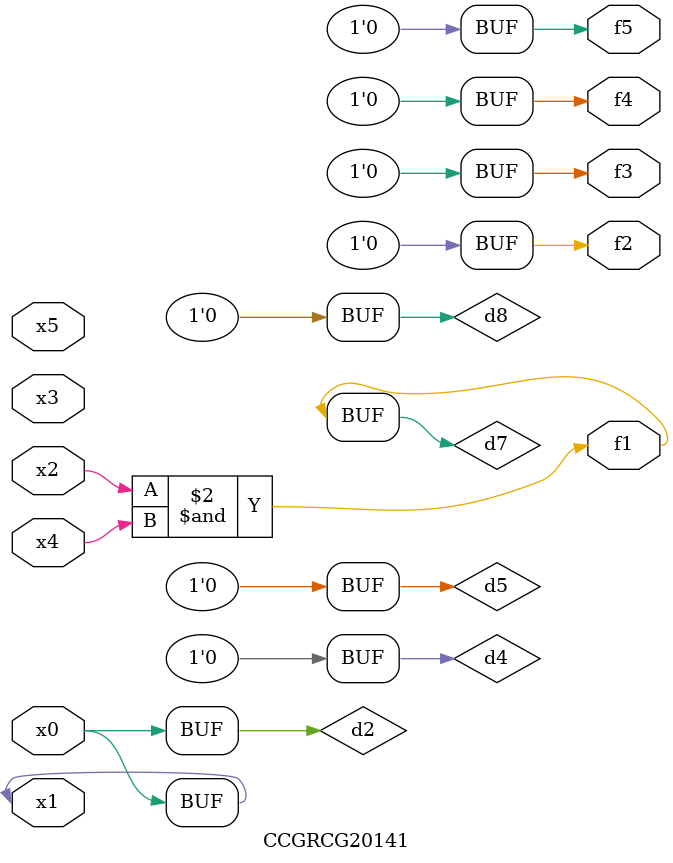
<source format=v>
module CCGRCG20141(
	input x0, x1, x2, x3, x4, x5,
	output f1, f2, f3, f4, f5
);

	wire d1, d2, d3, d4, d5, d6, d7, d8, d9;

	nand (d1, x1);
	buf (d2, x0, x1);
	nand (d3, x2, x4);
	and (d4, d1, d2);
	and (d5, d1, d2);
	nand (d6, d1, d3);
	not (d7, d3);
	xor (d8, d5);
	nor (d9, d5, d6);
	assign f1 = d7;
	assign f2 = d8;
	assign f3 = d8;
	assign f4 = d8;
	assign f5 = d8;
endmodule

</source>
